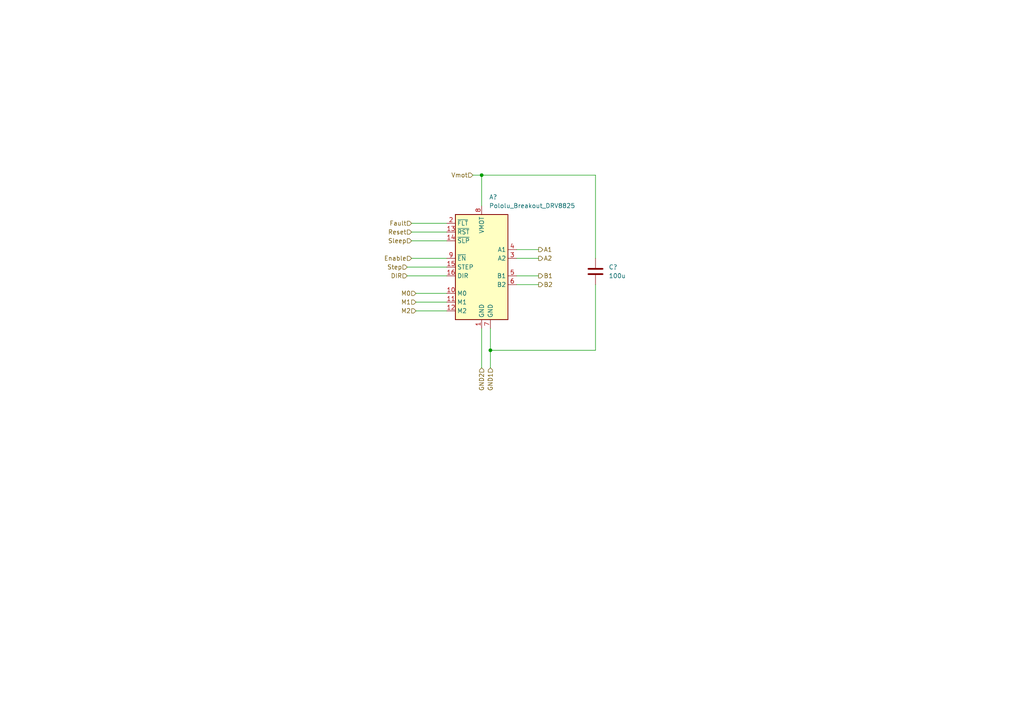
<source format=kicad_sch>
(kicad_sch (version 20250114) (generator "eeschema") (generator_version "9.0")
  (paper "A4")
  (title_block (title "Stepper Motor Controller Proto Board Schematic") (date "2025-05-02") (rev "V1.1"))
  (lib_symbols
    (symbol "Device:C" (pin_numbers (hide yes)) (pin_names (offset 0.254))
      (property "Reference" "C" (at 0.635 2.54 0))
      (property "Value" "C" (at 0.635 -2.54 0))
      (symbol "C_0_1"
        (polyline (pts (xy -2.032 0.762) (xy 2.032 0.762)) (stroke (width 0.508)))
        (polyline (pts (xy -2.032 -0.762) (xy 2.032 -0.762)) (stroke (width 0.508)))
      )
      (symbol "C_1_1"
        (pin passive line (at 0 3.81 270) (length 2.794) (name "~") (number "1"))
        (pin passive line (at 0 -3.81 90) (length 2.794) (name "~") (number "2"))
      )
    )
    (symbol "Driver_Motor:Pololu_Breakout_DRV8825"
      (property "Reference" "A" (at -2.54 16.51 0))
      (property "Value" "Pololu_Breakout_DRV8825" (at -2.54 13.97 0))
      (symbol "Pololu_Breakout_DRV8825_0_1"
        (rectangle (start 7.62 -17.78) (end -7.62 12.7) (stroke (width 0.254)) (fill (type background)))
      )
      (symbol "Pololu_Breakout_DRV8825_1_1"
        (pin output line (at -10.16 10.16 0) (length 2.54) (name "~{FLT}") (number "2"))
        (pin input line (at -10.16 7.62 0) (length 2.54) (name "~{RST}") (number "13"))
        (pin input line (at -10.16 5.08 0) (length 2.54) (name "~{SLP}") (number "14"))
        (pin input line (at -10.16 0 0) (length 2.54) (name "~{EN}") (number "9"))
        (pin input line (at -10.16 -2.54 0) (length 2.54) (name "STEP") (number "15"))
        (pin input line (at -10.16 -5.08 0) (length 2.54) (name "DIR") (number "16"))
        (pin input line (at -10.16 -10.16 0) (length 2.54) (name "M0") (number "10"))
        (pin input line (at -10.16 -12.7 0) (length 2.54) (name "M1") (number "11"))
        (pin input line (at -10.16 -15.24 0) (length 2.54) (name "M2") (number "12"))
        (pin power_in line (at 0 15.24 270) (length 2.54) (name "VMOT") (number "8"))
        (pin power_in line (at 0 -20.32 90) (length 2.54) (name "GND") (number "1"))
        (pin power_in line (at 2.54 -20.32 90) (length 2.54) (name "GND") (number "7"))
        (pin output line (at 10.16 2.54 180) (length 2.54) (name "A1") (number "4"))
        (pin output line (at 10.16 0 180) (length 2.54) (name "A2") (number "3"))
        (pin output line (at 10.16 -5.08 180) (length 2.54) (name "B1") (number "5"))
        (pin output line (at 10.16 -7.62 180) (length 2.54) (name "B2") (number "6"))
      )
    )
  )
  (junction (at 142.24 101.6))
  (junction (at 139.7 50.8))
  (wire (pts (xy 149.86 74.93) (xy 156.21 74.93)))
  (wire (pts (xy 137.16 50.8) (xy 139.7 50.8)))
  (wire (pts (xy 149.86 82.55) (xy 156.21 82.55)))
  (wire (pts (xy 119.38 74.93) (xy 129.54 74.93)))
  (wire (pts (xy 149.86 72.39) (xy 156.21 72.39)))
  (wire (pts (xy 142.24 101.6) (xy 142.24 106.68)))
  (wire (pts (xy 119.38 67.31) (xy 129.54 67.31)))
  (wire (pts (xy 139.7 50.8) (xy 139.7 59.69)))
  (wire (pts (xy 149.86 80.01) (xy 156.21 80.01)))
  (wire (pts (xy 172.72 50.8) (xy 172.72 74.93)))
  (wire (pts (xy 139.7 50.8) (xy 172.72 50.8)))
  (wire (pts (xy 119.38 64.77) (xy 129.54 64.77)))
  (wire (pts (xy 172.72 82.55) (xy 172.72 101.6)))
  (wire (pts (xy 142.24 95.25) (xy 142.24 101.6)))
  (wire (pts (xy 120.65 90.17) (xy 129.54 90.17)))
  (wire (pts (xy 120.65 85.09) (xy 129.54 85.09)))
  (wire (pts (xy 118.11 80.01) (xy 129.54 80.01)))
  (wire (pts (xy 118.11 77.47) (xy 129.54 77.47)))
  (wire (pts (xy 172.72 101.6) (xy 142.24 101.6)))
  (wire (pts (xy 139.7 95.25) (xy 139.7 106.68)))
  (wire (pts (xy 120.65 87.63) (xy 129.54 87.63)))
  (wire (pts (xy 119.38 69.85) (xy 129.54 69.85)))
  (hierarchical_label "M2" (shape input) (at 120.65 90.17 180))
  (hierarchical_label "Enable" (shape input) (at 119.38 74.93 180))
  (hierarchical_label "A2" (shape output) (at 156.21 74.93 0))
  (hierarchical_label "DIR" (shape input) (at 118.11 80.01 180))
  (hierarchical_label "A1" (shape output) (at 156.21 72.39 0))
  (hierarchical_label "Sleep" (shape input) (at 119.38 69.85 180))
  (hierarchical_label "Vmot" (shape input) (at 137.16 50.8 180))
  (hierarchical_label "M0" (shape input) (at 120.65 85.09 180))
  (hierarchical_label "Reset" (shape input) (at 119.38 67.31 180))
  (hierarchical_label "GND2" (shape input) (at 139.7 106.68 270))
  (hierarchical_label "Fault" (shape input) (at 119.38 64.77 180))
  (hierarchical_label "B2" (shape output) (at 156.21 82.55 0))
  (hierarchical_label "B1" (shape output) (at 156.21 80.01 0))
  (hierarchical_label "GND1" (shape input) (at 142.24 106.68 270))
  (hierarchical_label "Step" (shape input) (at 118.11 77.47 180))
  (hierarchical_label "M1" (shape input) (at 120.65 87.63 180))
  (symbol (lib_id "Device:C") (at 172.72 78.74 0) (unit 1)
    (property "Reference" "C?" (at 176.53 77.4699 0) (effects (justify left)))
    (property "Value" "100u" (at 176.53 80.0099 0) (effects (justify left)))
    (property "Description" "Unpolarized capacitor" (effects (hide yes)))
    (instances (project "Wet:Dry Cycling" (path "" (reference "C?") (unit 1)) (path "" (reference "C2") (unit 1))))
  )
  (symbol (lib_id "Driver_Motor:Pololu_Breakout_DRV8825") (at 139.7 74.93 0) (unit 1)
    (property "Reference" "A?" (at 141.8433 57.15 0) (effects (justify left)))
    (property "Value" "Pololu_Breakout_DRV8825" (at 141.8433 59.69 0) (effects (justify left)))
    (property "Footprint" "Module:Pololu_Breakout-16_15.2x20.3mm" (effects (hide yes)))
    (property "Datasheet" "https://www.pololu.com/product/2982" (effects (hide yes)))
    (property "Description" "Pololu Breakout Board, Stepper Driver DRV8825" (effects (hide yes)))
    (instances (project "Wet:Dry Cycling" (path "" (reference "A?") (unit 1)) (path "" (reference "A2") (unit 1))))
  )
)
</source>
